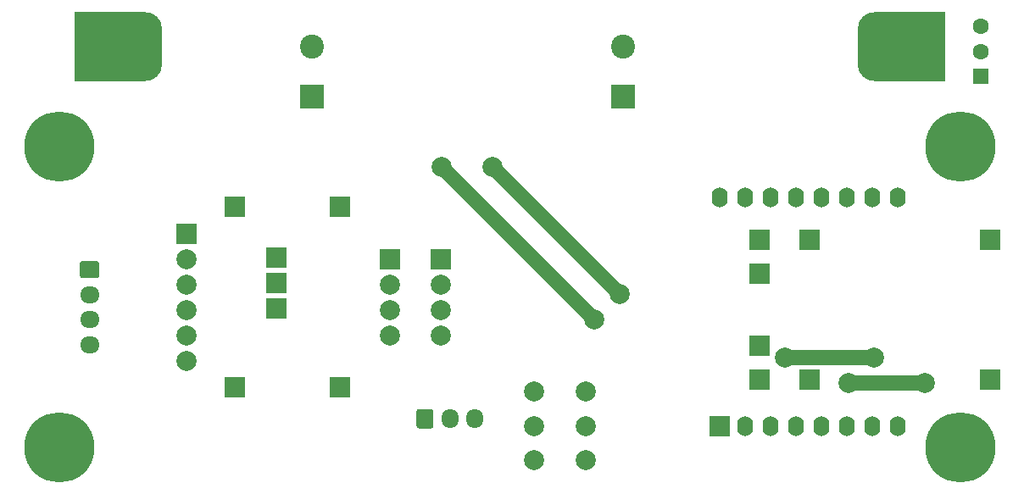
<source format=gbr>
G04 #@! TF.GenerationSoftware,KiCad,Pcbnew,6.0.7+dfsg-1~bpo11+1*
G04 #@! TF.ProjectId,wiscale-mod,77697363-616c-4652-9d6d-6f642e6b6963,rev?*
G04 #@! TF.SameCoordinates,Original*
G04 #@! TF.FileFunction,Copper,L1,Top*
G04 #@! TF.FilePolarity,Positive*
%FSLAX46Y46*%
G04 Gerber Fmt 4.6, Leading zero omitted, Abs format (unit mm)*
%MOMM*%
%LPD*%
G01*
G04 APERTURE LIST*
G04 #@! TA.AperFunction,ComponentPad*
%ADD10R,2.000000X2.000000*%
G04 #@! TD*
G04 #@! TA.AperFunction,ComponentPad*
%ADD11C,2.000000*%
G04 #@! TD*
G04 #@! TA.AperFunction,ComponentPad*
%ADD12O,1.700000X1.950000*%
G04 #@! TD*
G04 #@! TA.AperFunction,ComponentPad*
%ADD13R,2.400000X2.400000*%
G04 #@! TD*
G04 #@! TA.AperFunction,ComponentPad*
%ADD14C,2.400000*%
G04 #@! TD*
G04 #@! TA.AperFunction,ComponentPad*
%ADD15R,1.600000X1.600000*%
G04 #@! TD*
G04 #@! TA.AperFunction,ComponentPad*
%ADD16C,1.600000*%
G04 #@! TD*
G04 #@! TA.AperFunction,ComponentPad*
%ADD17C,7.000000*%
G04 #@! TD*
G04 #@! TA.AperFunction,ComponentPad*
%ADD18C,0.800000*%
G04 #@! TD*
G04 #@! TA.AperFunction,ComponentPad*
%ADD19O,1.950000X1.700000*%
G04 #@! TD*
G04 #@! TA.AperFunction,SMDPad,CuDef*
%ADD20R,7.000000X7.000000*%
G04 #@! TD*
G04 #@! TA.AperFunction,ComponentPad*
%ADD21O,3.440000X6.880000*%
G04 #@! TD*
G04 #@! TA.AperFunction,ComponentPad*
%ADD22O,1.600000X2.000000*%
G04 #@! TD*
G04 #@! TA.AperFunction,ViaPad*
%ADD23C,2.000000*%
G04 #@! TD*
G04 #@! TA.AperFunction,Conductor*
%ADD24C,1.500000*%
G04 #@! TD*
G04 APERTURE END LIST*
D10*
X119265000Y-99850000D03*
D11*
X119265000Y-102390000D03*
X119265000Y-104930000D03*
X119265000Y-107470000D03*
X119265000Y-110010000D03*
X119265000Y-112550000D03*
D10*
X144665000Y-102390000D03*
X139585000Y-102390000D03*
D11*
X144665000Y-104930000D03*
X139585000Y-104930000D03*
X144665000Y-107470000D03*
X139585000Y-107470000D03*
X139585000Y-110010000D03*
X144665000Y-110010000D03*
G04 #@! TA.AperFunction,ComponentPad*
G36*
G01*
X142250000Y-119075000D02*
X142250000Y-117625000D01*
G75*
G02*
X142500000Y-117375000I250000J0D01*
G01*
X143700000Y-117375000D01*
G75*
G02*
X143950000Y-117625000I0J-250000D01*
G01*
X143950000Y-119075000D01*
G75*
G02*
X143700000Y-119325000I-250000J0D01*
G01*
X142500000Y-119325000D01*
G75*
G02*
X142250000Y-119075000I0J250000D01*
G01*
G37*
G04 #@! TD.AperFunction*
D12*
X145600000Y-118350000D03*
X148100000Y-118350000D03*
D13*
X162909300Y-86155000D03*
D14*
X162909300Y-81155000D03*
D15*
X198584000Y-84157500D03*
D16*
X198584000Y-81657500D03*
X198584000Y-79157500D03*
D10*
X134600000Y-97200000D03*
X128250000Y-102280000D03*
X128250000Y-104820000D03*
X124100000Y-97200000D03*
X128250000Y-107360000D03*
X134600000Y-115200000D03*
X124100000Y-115200000D03*
D17*
X196600000Y-91200000D03*
D18*
X199225000Y-91200000D03*
X198456155Y-93056155D03*
X196600000Y-88575000D03*
X196600000Y-93825000D03*
X194743845Y-89343845D03*
X198456155Y-89343845D03*
X193975000Y-91200000D03*
X194743845Y-93056155D03*
D11*
X154000000Y-119100000D03*
X159200000Y-119100000D03*
X159200000Y-122500000D03*
X154000000Y-122500000D03*
X154000000Y-115600000D03*
X159200000Y-115600000D03*
D13*
X131794300Y-86200000D03*
D14*
X131794300Y-81200000D03*
D18*
X199225000Y-121200000D03*
D17*
X196600000Y-121200000D03*
D18*
X196600000Y-123825000D03*
X194743845Y-119343845D03*
X193975000Y-121200000D03*
X198456155Y-123056155D03*
X198456155Y-119343845D03*
X196600000Y-118575000D03*
X194743845Y-123056155D03*
G04 #@! TA.AperFunction,ComponentPad*
G36*
G01*
X108875000Y-102600000D02*
X110325000Y-102600000D01*
G75*
G02*
X110575000Y-102850000I0J-250000D01*
G01*
X110575000Y-104050000D01*
G75*
G02*
X110325000Y-104300000I-250000J0D01*
G01*
X108875000Y-104300000D01*
G75*
G02*
X108625000Y-104050000I0J250000D01*
G01*
X108625000Y-102850000D01*
G75*
G02*
X108875000Y-102600000I250000J0D01*
G01*
G37*
G04 #@! TD.AperFunction*
D19*
X109600000Y-105950000D03*
X109600000Y-108450000D03*
X109600000Y-110950000D03*
D10*
X181550000Y-114450000D03*
X176550000Y-111050000D03*
X176550000Y-103850000D03*
X181550000Y-100450000D03*
X199550000Y-114450000D03*
X199550000Y-100450000D03*
X176550000Y-114450000D03*
X176550000Y-100450000D03*
D18*
X104743845Y-119343845D03*
X103975000Y-121200000D03*
D17*
X106600000Y-121200000D03*
D18*
X108456155Y-123056155D03*
X109225000Y-121200000D03*
X106600000Y-123825000D03*
X108456155Y-119343845D03*
X104743845Y-123056155D03*
X106600000Y-118575000D03*
D20*
X191600000Y-81200000D03*
D21*
X188050000Y-81200000D03*
X115150000Y-81200000D03*
D20*
X111600000Y-81200000D03*
D17*
X106600000Y-91200000D03*
D18*
X103975000Y-91200000D03*
X106600000Y-88575000D03*
X108456155Y-93056155D03*
X109225000Y-91200000D03*
X104743845Y-89343845D03*
X106600000Y-93825000D03*
X108456155Y-89343845D03*
X104743845Y-93056155D03*
D10*
X172520000Y-119060000D03*
D22*
X175060000Y-119060000D03*
X177600000Y-119060000D03*
X180140000Y-119060000D03*
X182680000Y-119060000D03*
X185220000Y-119060000D03*
X187760000Y-119060000D03*
X190300000Y-119060000D03*
X190300000Y-96200000D03*
X187760000Y-96200000D03*
X185220000Y-96200000D03*
X182680000Y-96200000D03*
X180140000Y-96200000D03*
X177600000Y-96200000D03*
X175060000Y-96200000D03*
X172520000Y-96200000D03*
D23*
X179070000Y-112230000D03*
X187960000Y-112230000D03*
X185420000Y-114770000D03*
X193040000Y-114770000D03*
X144780000Y-93180000D03*
X160020000Y-108420000D03*
X149860000Y-93180000D03*
X162560000Y-105880000D03*
D24*
X187960000Y-112230000D02*
X179070000Y-112230000D01*
X185420000Y-114770000D02*
X193040000Y-114770000D01*
X160020000Y-108420000D02*
X144780000Y-93180000D01*
X162560000Y-105880000D02*
X149860000Y-93180000D01*
M02*

</source>
